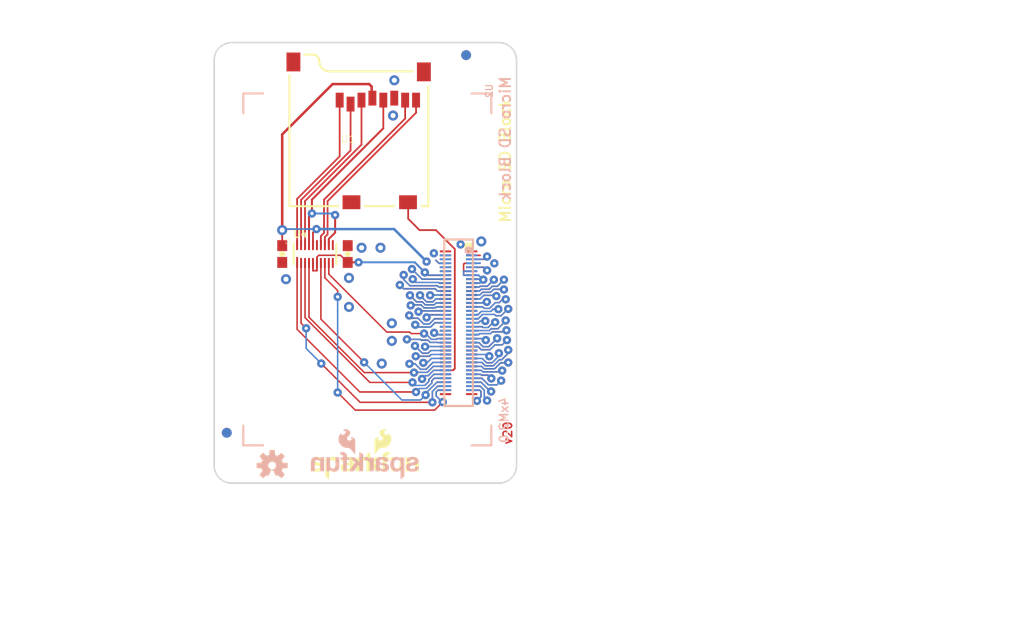
<source format=kicad_pcb>
(kicad_pcb (version 20211014) (generator pcbnew)
  (layers (0 "F.Cu" signal) (1 "In1.Cu" signal) (2 "In2.Cu" signal) (31 "B.Cu" signal) (34 "B.Paste" user) (35 "F.Paste" user) (36 "B.SilkS" user "B.Silkscreen") (37 "F.SilkS" user "F.Silkscreen") (38 "B.Mask" user) (39 "F.Mask" user) (44 "Edge.Cuts" user))
  (net 0 "")
  (net 1 "GND")
  (net 2 "VSYS")
  (net 3 "3.3V")
  (net 4 "GP183_PWM3")
  (net 5 "GP182_PWM2")
  (net 6 "GP13_PWM1")
  (net 7 "GP12_PWM0")
  (net 8 "GP14")
  (net 9 "GP15")
  (net 10 "GP49")
  (net 11 "GP48")
  (net 12 "GP47")
  (net 13 "GP46")
  (net 14 "GP45")
  (net 15 "GP165")
  (net 16 "GP44")
  (net 17 "PSW")
  (net 18 "FAULT")
  (net 19 "USB_VBUS")
  (net 20 "USB_DN")
  (net 21 "USB_DP")
  (net 22 "USB_ID")
  (net 23 "GP114_SPI_2_RXD")
  (net 24 "GP115_SPI_2_TXD")
  (net 25 "GP109_SPI_2_CLK")
  (net 26 "GP110_SPI_2_FS0")
  (net 27 "GP111_SPI_2_FS1")
  (net 28 "GP135_UART_2_TX")
  (net 29 "GP134_UART_2_RX")
  (net 30 "GP43_I2S_2_TXD")
  (net 31 "GP41_I2S_2_FS")
  (net 32 "GP40_I2S_2_CLK")
  (net 33 "GP42_I2S_2_RXD")
  (net 34 "GP28_I2C_6_SDA")
  (net 35 "GP27_I2C_6_SCL")
  (net 36 "GP20_I2C_1_SDA")
  (net 37 "GP19_I2C_1_SCL")
  (net 38 "GP131_UART_1_TX")
  (net 39 "GP130_UART_1_RX")
  (net 40 "GP129_UART_1_RTS")
  (net 41 "GP128_UART_1_CTS")
  (net 42 "GP84_SD_CLK_FB")
  (net 43 "GP78_SD_0_CLK")
  (net 44 "GP77_SD_0_CD#")
  (net 45 "GP79_SD_0_CMD")
  (net 46 "GP80_SD_0_DAT0")
  (net 47 "GP81_SD_0_DAT1")
  (net 48 "GP82_SD_0_DAT2")
  (net 49 "GP83_SD_0_DAT3")
  (net 50 "MSIC_SLP_CLK")
  (net 51 "RESET_OUT#")
  (net 52 "PWRBTN#")
  (net 53 "V_BAT_BKUP")
  (net 54 "1.8V")
  (net 55 "FW_RCVR")
  (net 56 "RCVR_MODE")
  (net 57 "OSC_CLK_OUT")
  (net 58 "N$1")
  (net 59 "N$2")
  (net 60 "N$3")
  (net 61 "SCK")
  (net 62 "N$5")
  (net 63 "N$6")
  (net 64 "DCIN")
  (footprint "" (layer "F.Cu") (at 135.1661 84.6836)
    (fp_text reference "@HOLE2" hide)
    (fp_text value "")
  )
  (footprint "" (layer "F.Cu") (at 161.8361 84.6836)
    (fp_text reference "@HOLE3" hide)
    (fp_text value "")
  )
  (footprint "boardEagle:FIDUCIAL-1X2" (layer "F.Cu") (at 134.5311 122.1486)
    (fp_text reference "FID1" hide)
    (fp_text value "FIDUCIAL1X2" hide)
  )
  (footprint "boardEagle:OSHW-LOGO-S" (layer "F.Cu") (at 139.1031 125.4506)
    (fp_text reference "LOGO1" hide)
    (fp_text value "OSHW-LOGOS" hide)
  )
  (footprint "boardEagle:CREATIVE_COMMONS" (layer "F.Cu") (at 131.9911 141.1986)
    (fp_text reference "FRAME1" hide)
    (fp_text value "FRAME-LETTER" hide)
  )
  (footprint "boardEagle:SFE_LOGO_NAME_FLAME_.1" (layer "F.Cu") (at 142.5575 126.9746)
    (fp_text reference "LOGO4" hide)
    (fp_text value "SFE_LOGO_NAME_FLAME.1_INCH" hide)
  )
  (footprint "boardEagle:UFDFN-20" (layer "F.Cu") (at 143.4211 104.1146)
    (fp_text reference "U4")
    (fp_text value "TXB0108")
  )
  (footprint "boardEagle:0603-CAP" (layer "F.Cu") (at 146.7231 104.1146 90)
    (fp_text reference "C1")
    (fp_text value "0.1uF")
  )
  (footprint "" (layer "F.Cu") (at 161.8361 125.3236)
    (fp_text reference "@HOLE0" hide)
    (fp_text value "")
  )
  (footprint "boardEagle:0603-CAP" (layer "F.Cu") (at 140.1191 104.1146 -90)
    (fp_text reference "C2")
    (fp_text value "0.1uF")
  )
  (footprint "" (layer "F.Cu") (at 135.1661 125.3236)
    (fp_text reference "@HOLE1" hide)
    (fp_text value "")
  )
  (footprint "boardEagle:MICRO-SD-SOCKET-PP" (layer "F.Cu") (at 154.8511 99.2886)
    (fp_text reference "U1")
    (fp_text value "USD-SOCKETNEW")
  )
  (footprint "boardEagle:FIDUCIAL-1X2" (layer "F.Cu") (at 158.6611 84.0486)
    (fp_text reference "FID2" hide)
    (fp_text value "FIDUCIAL1X2" hide)
  )
  (footprint "boardEagle:CREATIVE_COMMONS" (layer "F.Cu") (at 131.9911 141.1986)
    (fp_text reference "FRAME2" hide)
    (fp_text value "FRAME-LETTER" hide)
  )
  (footprint "boardEagle:DF40C-70DP-0.4(51)" (layer "B.Cu") (at 157.9011 111.0488 90)
    (fp_text reference "U3" hide)
    (fp_text value "EDISON_CONNECTOR_FULLHEADER" hide)
  )
  (footprint "boardEagle:FIDUCIAL-1X2" (layer "B.Cu") (at 158.6611 84.0486 180)
    (fp_text reference "FID4" hide)
    (fp_text value "FIDUCIAL1X2" hide)
  )
  (footprint "boardEagle:SFE_LOGO_NAME_FLAME_.1" (layer "B.Cu") (at 154.3431 126.9746 180)
    (fp_text reference "LOGO3" hide)
    (fp_text value "SFE_LOGO_NAME_FLAME.1_INCH" hide)
  )
  (footprint "boardEagle:FIDUCIAL-1X2" (layer "B.Cu") (at 134.5311 122.1486 180)
    (fp_text reference "FID3" hide)
    (fp_text value "FIDUCIAL1X2" hide)
  )
  (footprint "boardEagle:OSHW-LOGO-S" (layer "B.Cu") (at 139.1031 125.4506 180)
    (fp_text reference "LOGO2" hide)
    (fp_text value "OSHW-LOGOS" hide)
  )
  (footprint "boardEagle:EDISON_DAUGHTER" (layer "B.Cu") (at 161.2011 123.4186 180)
    (fp_text reference "U2")
    (fp_text value "EDISON_CONNECTOR_FULLMOUNTING_HOLES" hide)
  )
  (gr_arc (start 163.7411 125.4506) (mid 163.220336 126.707836) (end 161.9631 127.2286) (layer "Edge.Cuts") (width 0.1524))
  (gr_line (start 135.0391 82.7786) (end 161.9631 82.7786) (layer "Edge.Cuts") (width 0.1524))
  (gr_arc (start 135.0391 127.2286) (mid 133.781864 126.707836) (end 133.2611 125.4506) (layer "Edge.Cuts") (width 0.1524))
  (gr_arc (start 133.2611 84.5566) (mid 133.781864 83.299364) (end 135.0391 82.7786) (layer "Edge.Cuts") (width 0.1524))
  (gr_line (start 161.9631 127.2286) (end 135.0391 127.2286) (layer "Edge.Cuts") (width 0.1524))
  (gr_line (start 133.2611 125.4506) (end 133.2611 84.5566) (layer "Edge.Cuts") (width 0.1524))
  (gr_arc (start 161.9631 82.7786) (mid 163.220336 83.299364) (end 163.7411 84.5566) (layer "Edge.Cuts") (width 0.1524))
  (gr_line (start 163.7411 84.5566) (end 163.7411 125.4506) (layer "Edge.Cuts") (width 0.1524))
  (gr_text "v20" (at 163.3601 123.4186 90) (layer "F.Cu") (effects (font (size 0.8636 0.8636) (thickness 0.1524)) (justify left bottom)))
  (gr_text "4xM2.0" (at 162.4711 120.8786 -270) (layer "B.SilkS") (effects (font (size 0.8636 0.8636) (thickness 0.1524)) (justify mirror)))
  (gr_text "Micro SD Block" (at 163.2331 86.0806 -270) (layer "B.SilkS") (effects (font (size 1.0795 1.0795) (thickness 0.1905)) (justify left bottom mirror)))
  (gr_text "Micro SD Block" (at 163.2331 101.0666 90) (layer "F.SilkS") (effects (font (size 1.0795 1.0795) (thickness 0.1905)) (justify left bottom)))
  (segment (start 158.4071 105.8488) (end 158.4071 105.1306) (width 0.1524) (layer "F.Cu") (net 1))
  (segment (start 159.2211 106.2488) (end 158.4071 106.2488) (width 0.1524) (layer "F.Cu") (net 1))
  (segment (start 158.4071 105.8488) (end 158.4071 105.8926) (width 0.1524) (layer "F.Cu") (net 1))
  (segment (start 158.4071 106.2488) (end 158.4071 105.8926) (width 0.1524) (layer "F.Cu") (net 1))
  (segment (start 159.2211 106.6488) (end 160.3317 106.6488) (width 0.1524) (layer "F.Cu") (net 1))
  (segment (start 160.0449 107.0488) (end 160.3883 106.7054) (width 0.1524) (layer "F.Cu") (net 1))
  (segment (start 159.2211 107.0488) (end 160.0449 107.0488) (width 0.1524) (layer "F.Cu") (net 1))
  (segment (start 159.2211 104.2488) (end 160.0581 104.2488) (width 0.1524) (layer "F.Cu") (net 1))
  (segment (start 160.0581 104.2488) (end 160.0581 104.2416) (width 0.1524) (layer "F.Cu") (net 1))
  (segment (start 159.2211 105.8488) (end 158.4071 105.8488) (width 0.1524) (layer "F.Cu") (net 1))
  (segment (start 158.4889 105.0488) (end 158.4071 105.1306) (width 0.1524) (layer "F.Cu") (net 1))
  (segment (start 159.2211 105.0488) (end 158.4889 105.0488) (width 0.1524) (layer "F.Cu") (net 1))
  (segment (start 160.3317 106.6488) (end 160.3883 106.7054) (width 0.1524) (layer "F.Cu") (net 1))
  (via (at 158.1023 103.1494) (size 0.8382) (drill 0.3302) (layers "F.Cu" "B.Cu") (net 1))
  (via (at 161.5059 105.0544) (size 0.8382) (drill 0.3302) (layers "F.Cu" "B.Cu") (net 1))
  (via (at 151.1681 111.0996) (size 1.016) (drill 0.508) (layers "F.Cu" "B.Cu") (net 1))
  (via (at 148.1201 103.4796) (size 1.016) (drill 0.508) (layers "F.Cu" "B.Cu") (net 1))
  (via (at 150.0251 103.4796) (size 1.016) (drill 0.508) (layers "F.Cu" "B.Cu") (net 1))
  (via (at 151.4221 86.5886) (size 1.016) (drill 0.508) (layers "F.Cu" "B.Cu") (net 1))
  (via (at 150.1521 115.1636) (size 1.016) (drill 0.508) (layers "F.Cu" "B.Cu") (net 1))
  (via (at 140.5001 106.6546) (size 1.016) (drill 0.508) (layers "F.Cu" "B.Cu") (net 1))
  (via (at 151.1681 112.8776) (size 1.016) (drill 0.508) (layers "F.Cu" "B.Cu") (net 1))
  (via (at 146.8501 109.4486) (size 1.016) (drill 0.508) (layers "F.Cu" "B.Cu") (net 1))
  (via (at 160.3883 106.7054) (size 0.8382) (drill 0.3302) (layers "F.Cu" "B.Cu") (net 1))
  (via (at 160.1851 102.8446) (size 1.016) (drill 0.508) (layers "F.Cu" "B.Cu") (net 1))
  (via (at 151.2951 90.1446) (size 1.016) (drill 0.508) (layers "F.Cu" "B.Cu") (net 1))
  (via (at 146.8501 106.5276) (size 1.016) (drill 0.508) (layers "F.Cu" "B.Cu") (net 1))
  (segment (start 160.0581 105.0486) (end 160.0581 105.0036) (width 0.1524) (layer "B.Cu") (net 1))
  (segment (start 159.2211 106.2486) (end 159.9315 106.2486) (width 0.1524) (layer "B.Cu") (net 1))
  (segment (start 159.2211 105.8486) (end 158.4071 105.8486) (width 0.1524) (layer "B.Cu") (net 1))
  (segment (start 159.2211 105.0486) (end 160.0581 105.0486) (width 0.1524) (layer "B.Cu") (net 1))
  (segment (start 159.2211 107.0486) (end 160.0451 107.0486) (width 0.1524) (layer "B.Cu") (net 1))
  (segment (start 159.2211 106.6486) (end 160.3315 106.6486) (width 0.1524) (layer "B.Cu") (net 1))
  (segment (start 160.0451 107.0486) (end 160.3883 106.7054) (width 0.1524) (layer "B.Cu") (net 1))
  (segment (start 159.9315 106.2486) (end 160.3883 106.7054) (width 0.1524) (layer "B.Cu") (net 1))
  (segment (start 158.4071 106.2486) (end 158.4071 105.8486) (width 0.1524) (layer "B.Cu") (net 1))
  (segment (start 159.2211 106.2486) (end 159.9061 106.2486) (width 0.1524) (layer "B.Cu") (net 1))
  (segment (start 159.2211 106.2486) (end 158.4071 106.2486) (width 0.1524) (layer "B.Cu") (net 1))
  (segment (start 159.9061 106.2486) (end 160.3121 106.6546) (width 0.1524) (layer "B.Cu") (net 1))
  (segment (start 160.3315 106.6486) (end 160.3883 106.7054) (width 0.1524) (layer "B.Cu") (net 1))
  (segment (start 156.5811 104.6486) (end 156.5811 104.6488) (width 0.2) (layer "F.Cu") (net 2))
  (segment (start 156.5811 105.0488) (end 155.9123 105.0488) (width 0.1524) (layer "F.Cu") (net 2))
  (segment (start 155.9123 105.0488) (end 155.6131 104.7496) (width 0.1524) (layer "F.Cu") (net 2))
  (via (at 155.4099 104.0384) (size 0.8382) (drill 0.3302) (layers "F.Cu" "B.Cu") (net 2))
  (segment (start 156.5811 104.6486) (end 156.5811 104.6488) (width 0.2) (layer "B.Cu") (net 2))
  (segment (start 155.9121 105.0486) (end 155.6131 104.7496) (width 0.1524) (layer "B.Cu") (net 2))
  (segment (start 156.5811 105.0486) (end 155.9121 105.0486) (width 0.1524) (layer "B.Cu") (net 2))
  (segment (start 140.1191 92.0496) (end 140.1191 101.7016) (width 0.254) (layer "F.Cu") (net 3))
  (segment (start 149.1361 88.4636) (end 149.2111 88.3886) (width 0.254) (layer "F.Cu") (net 3))
  (segment (start 145.1991 86.9696) (end 140.1191 92.0496) (width 0.254) (layer "F.Cu") (net 3))
  (segment (start 140.1191 103.2646) (end 140.1191 101.7016) (width 0.1778) (layer "F.Cu") (net 3))
  (segment (start 143.2211 101.9524) (end 143.5735 101.6) (width 0.1778) (layer "F.Cu") (net 3))
  (segment (start 143.2211 103.2146) (end 143.2211 101.9524) (width 0.1778) (layer "F.Cu") (net 3))
  (segment (start 148.8821 86.9696) (end 145.1991 86.9696) (width 0.254) (layer "F.Cu") (net 3))
  (segment (start 149.1361 88.4636) (end 149.1361 87.2236) (width 0.254) (layer "F.Cu") (net 3))
  (segment (start 149.1361 87.2236) (end 148.8821 86.9696) (width 0.254) (layer "F.Cu") (net 3))
  (via (at 143.5735 101.6) (size 0.8382) (drill 0.3302) (layers "F.Cu" "B.Cu") (net 3))
  (via (at 154.6733 104.8766) (size 0.8382) (drill 0.3302) (layers "F.Cu" "B.Cu") (net 3))
  (via (at 140.1191 101.7016) (size 1.016) (drill 0.508) (layers "F.Cu" "B.Cu") (net 3))
  (segment (start 151.3967 101.6) (end 143.5735 101.6) (width 0.254) (layer "B.Cu") (net 3))
  (segment (start 140.2207 101.6) (end 143.5735 101.6) (width 0.1778) (layer "B.Cu") (net 3))
  (segment (start 151.3967 101.6) (end 154.6733 104.8766) (width 0.254) (layer "B.Cu") (net 3))
  (segment (start 140.1191 101.7016) (end 140.2207 101.6) (width 0.1778) (layer "B.Cu") (net 3))
  (segment (start 161.1757 111.6584) (end 160.9979 111.8362) (width 0.1524) (layer "F.Cu") (net 4))
  (segment (start 161.8615 111.6584) (end 161.1757 111.6584) (width 0.1524) (layer "F.Cu") (net 4))
  (segment (start 159.8677 111.8488) (end 159.2211 111.8488) (width 0.1524) (layer "F.Cu") (net 4))
  (segment (start 162.6489 110.8202) (end 162.6489 110.871) (width 0.1524) (layer "F.Cu") (net 4))
  (segment (start 162.6489 110.871) (end 161.8615 111.6584) (width 0.1524) (layer "F.Cu") (net 4))
  (segment (start 160.9979 111.8362) (end 159.8803 111.8362) (width 0.1524) (layer "F.Cu") (net 4))
  (segment (start 159.8803 111.8362) (end 159.8677 111.8488) (width 0.1524) (layer "F.Cu") (net 4))
  (via (at 162.6489 110.8202) (size 0.8382) (drill 0.3302) (layers "F.Cu" "B.Cu") (net 4))
  (segment (start 159.2211 111.8486) (end 159.8679 111.8486) (width 0.1524) (layer "B.Cu") (net 4))
  (segment (start 159.8679 111.8486) (end 159.8803 111.8362) (width 0.1524) (layer "B.Cu") (net 4))
  (segment (start 162.6489 110.871) (end 162.6489 110.8202) (width 0.1524) (layer "B.Cu") (net 4))
  (segment (start 161.8615 111.6584) (end 162.6489 110.871) (width 0.1524) (layer "B.Cu") (net 4))
  (segment (start 161.1757 111.6584) (end 161.8615 111.6584) (width 0.1524) (layer "B.Cu") (net 4))
  (segment (start 160.9979 111.8362) (end 161.1757 111.6584) (width 0.1524) (layer "B.Cu") (net 4))
  (segment (start 159.8803 111.8362) (end 160.9979 111.8362) (width 0.1524) (layer "B.Cu") (net 4))
  (segment (start 159.2211 111.4488) (end 160.2803 111.4488) (width 0.1524) (layer "F.Cu") (net 5))
  (segment (start 160.8709 111.5314) (end 161.4043 110.998) (width 0.1524) (layer "F.Cu") (net 5))
  (segment (start 161.4043 110.998) (end 161.5821 110.998) (width 0.1524) (layer "F.Cu") (net 5))
  (segment (start 160.3629 111.5314) (end 160.8709 111.5314) (width 0.1524) (layer "F.Cu") (net 5))
  (segment (start 160.2803 111.4488) (end 160.3629 111.5314) (width 0.1524) (layer "F.Cu") (net 5))
  (via (at 161.5821 110.998) (size 0.8382) (drill 0.3302) (layers "F.Cu" "B.Cu") (net 5))
  (segment (start 160.3629 111.5314) (end 160.2801 111.4486) (width 0.1524) (layer "B.Cu") (net 5))
  (segment (start 160.8709 111.5314) (end 160.3629 111.5314) (width 0.1524) (layer "B.Cu") (net 5))
  (segment (start 161.5821 110.998) (end 161.4043 110.998) (width 0.1524) (layer "B.Cu") (net 5))
  (segment (start 161.4043 110.998) (end 160.8709 111.5314) (width 0.1524) (layer "B.Cu") (net 5))
  (segment (start 160.2801 111.4486) (end 159.2211 111.4486) (width 0.1524) (layer "B.Cu") (net 5))
  (segment (start 160.3121 110.2106) (end 159.8739 110.6488) (width 0.1524) (layer "F.Cu") (net 6))
  (segment (start 162.1917 110.3376) (end 161.6583 110.3376) (width 0.1524) (layer "F.Cu") (net 6))
  (segment (start 162.9029 109.6518) (end 162.8775 109.6518) (width 0.1524) (layer "F.Cu") (net 6))
  (segment (start 161.6583 110.3376) (end 161.5313 110.2106) (width 0.1524) (layer "F.Cu") (net 6))
  (segment (start 162.8775 109.6518) (end 162.1917 110.3376) (width 0.1524) (layer "F.Cu") (net 6))
  (segment (start 159.8739 110.6488) (end 159.2211 110.6488) (width 0.1524) (layer "F.Cu") (net 6))
  (segment (start 161.5313 110.2106) (end 160.3121 110.2106) (width 0.1524) (layer "F.Cu") (net 6))
  (via (at 162.9029 109.6518) (size 0.8382) (drill 0.3302) (layers "F.Cu" "B.Cu") (net 6))
  (segment (start 160.3121 110.2106) (end 161.5313 110.2106) (width 0.1524) (layer "B.Cu") (net 6))
  (segment (start 159.2211 110.6486) (end 159.8741 110.6486) (width 0.1524) (layer "B.Cu") (net 6))
  (segment (start 162.8775 109.6518) (end 162.9029 109.6518) (width 0.1524) (layer "B.Cu") (net 6))
  (segment (start 161.6583 110.3376) (end 162.1917 110.3376) (width 0.1524) (layer "B.Cu") (net 6))
  (segment (start 159.8741 110.6486) (end 160.3121 110.2106) (width 0.1524) (layer "B.Cu") (net 6))
  (segment (start 162.1917 110.3376) (end 162.8775 109.6518) (width 0.1524) (layer "B.Cu") (net 6))
  (segment (start 161.5313 110.2106) (end 161.6583 110.3376) (width 0.1524) (layer "B.Cu") (net 6))
  (segment (start 160.0835 110.871) (end 160.5915 110.871) (width 0.1524) (layer "F.Cu") (net 7))
  (segment (start 159.2211 111.0488) (end 159.9057 111.0488) (width 0.1524) (layer "F.Cu") (net 7))
  (segment (start 159.9057 111.0488) (end 160.0835 110.871) (width 0.1524) (layer "F.Cu") (net 7))
  (via (at 160.5915 110.871) (size 0.8382) (drill 0.3302) (layers "F.Cu" "B.Cu") (net 7))
  (segment (start 160.0835 110.871) (end 159.9057 111.0488) (width 0.1524) (layer "B.Cu") (net 7))
  (segment (start 159.2213 111.0488) (end 159.2211 111.0486) (width 0.1524) (layer "B.Cu") (net 7))
  (segment (start 159.9057 111.0488) (end 159.2213 111.0488) (width 0.1524) (layer "B.Cu") (net 7))
  (segment (start 160.5915 110.871) (end 160.0835 110.871) (width 0.1524) (layer "B.Cu") (net 7))
  (segment (start 154.5209 113.4618) (end 154.5339 113.4488) (width 0.1524) (layer "F.Cu") (net 8))
  (segment (start 154.5339 113.4488) (end 156.5811 113.4488) (width 0.1524) (layer "F.Cu") (net 8))
  (via (at 154.5209 113.4618) (size 0.8382) (drill 0.3302) (layers "F.Cu" "B.Cu") (net 8))
  (segment (start 156.5811 113.4486) (end 154.5341 113.4486) (width 0.1524) (layer "B.Cu") (net 8))
  (segment (start 154.5341 113.4486) (end 154.5209 113.4618) (width 0.1524) (layer "B.Cu") (net 8))
  (segment (start 155.6193 112.2488) (end 155.4353 112.0648) (width 0.1524) (layer "F.Cu") (net 9))
  (segment (start 156.5811 112.2488) (end 155.6193 112.2488) (width 0.1524) (layer "F.Cu") (net 9))
  (via (at 155.4353 112.0648) (size 0.8382) (drill 0.3302) (layers "F.Cu" "B.Cu") (net 9))
  (segment (start 155.6191 112.2486) (end 156.5811 112.2486) (width 0.1524) (layer "B.Cu") (net 9))
  (segment (start 155.4353 112.0648) (end 155.6191 112.2486) (width 0.1524) (layer "B.Cu") (net 9))
  (segment (start 156.5811 110.6488) (end 155.4797 110.6488) (width 0.1524) (layer "F.Cu") (net 10))
  (segment (start 153.8097 110.5916) (end 153.2001 110.5916) (width 0.1524) (layer "F.Cu") (net 10))
  (segment (start 154.3939 111.1758) (end 153.8097 110.5916) (width 0.1524) (layer "F.Cu") (net 10))
  (segment (start 153.2001 110.5916) (end 152.9207 110.3122) (width 0.1524) (layer "F.Cu") (net 10))
  (segment (start 155.4797 110.6488) (end 154.9527 111.1758) (width 0.1524) (layer "F.Cu") (net 10))
  (segment (start 154.9527 111.1758) (end 154.3939 111.1758) (width 0.1524) (layer "F.Cu") (net 10))
  (via (at 152.9207 110.3122) (size 0.8382) (drill 0.3302) (layers "F.Cu" "B.Cu") (net 10))
  (segment (start 153.2001 110.5916) (end 153.8097 110.5916) (width 0.1524) (layer "B.Cu") (net 10))
  (segment (start 152.9207 110.3122) (end 153.2001 110.5916) (width 0.1524) (layer "B.Cu") (net 10))
  (segment (start 153.8097 110.5916) (end 154.3939 111.1758) (width 0.1524) (layer "B.Cu") (net 10))
  (segment (start 154.9527 111.1758) (end 155.4799 110.6486) (width 0.1524) (layer "B.Cu") (net 10))
  (segment (start 154.3939 111.1758) (end 154.9527 111.1758) (width 0.1524) (layer "B.Cu") (net 10))
  (segment (start 155.4799 110.6486) (end 156.5811 110.6486) (width 0.1524) (layer "B.Cu") (net 10))
  (segment (start 154.9399 110.2488) (end 156.5811 110.2488) (width 0.1524) (layer "F.Cu") (net 11))
  (segment (start 154.6733 110.5154) (end 154.9399 110.2488) (width 0.1524) (layer "F.Cu") (net 11))
  (via (at 154.6733 110.5154) (size 0.8382) (drill 0.3302) (layers "F.Cu" "B.Cu") (net 11))
  (segment (start 156.5811 110.2486) (end 154.9401 110.2486) (width 0.1524) (layer "B.Cu") (net 11))
  (segment (start 154.9401 110.2486) (end 154.6733 110.5154) (width 0.1524) (layer "B.Cu") (net 11))
  (segment (start 153.9367 109.855) (end 153.8605 109.9312) (width 0.1524) (layer "F.Cu") (net 12))
  (segment (start 155.6955 109.8488) (end 155.6893 109.855) (width 0.1524) (layer "F.Cu") (net 12))
  (segment (start 156.5811 109.8488) (end 155.6955 109.8488) (width 0.1524) (layer "F.Cu") (net 12))
  (segment (start 155.6893 109.855) (end 153.9367 109.855) (width 0.1524) (layer "F.Cu") (net 12))
  (via (at 153.8605 109.9312) (size 0.8382) (drill 0.3302) (layers "F.Cu" "B.Cu") (net 12))
  (segment (start 153.8605 109.9312) (end 153.9367 109.855) (width 0.1524) (layer "B.Cu") (net 12))
  (segment (start 153.9367 109.855) (end 155.6893 109.855) (width 0.1524) (layer "B.Cu") (net 12))
  (segment (start 155.6893 109.855) (end 155.6957 109.8486) (width 0.1524) (layer "B.Cu") (net 12))
  (segment (start 155.6957 109.8486) (end 156.5811 109.8486) (width 0.1524) (layer "B.Cu") (net 12))
  (segment (start 153.1239 109.2454) (end 153.0731 109.2962) (width 0.1524) (layer "F.Cu") (net 13))
  (segment (start 155.6637 109.4488) (end 155.5623 109.5502) (width 0.1524) (layer "F.Cu") (net 13))
  (segment (start 154.4193 109.5502) (end 154.1145 109.2454) (width 0.1524) (layer "F.Cu") (net 13))
  (segment (start 156.5811 109.4488) (end 155.6637 109.4488) (width 0.1524) (layer "F.Cu") (net 13))
  (segment (start 155.5623 109.5502) (end 154.4193 109.5502) (width 0.1524) (layer "F.Cu") (net 13))
  (segment (start 154.1145 109.2454) (end 153.1239 109.2454) (width 0.1524) (layer "F.Cu") (net 13))
  (via (at 153.0731 109.2962) (size 0.8382) (drill 0.3302) (layers "F.Cu" "B.Cu") (net 13))
  (segment (start 154.4193 109.5502) (end 155.5623 109.5502) (width 0.1524) (layer "B.Cu") (net 13))
  (segment (start 153.0731 109.2962) (end 153.1239 109.2454) (width 0.1524) (layer "B.Cu") (net 13))
  (segment (start 155.6639 109.4486) (end 156.5811 109.4486) (width 0.1524) (layer "B.Cu") (net 13))
  (segment (start 155.5623 109.5502) (end 155.6639 109.4486) (width 0.1524) (layer "B.Cu") (net 13))
  (segment (start 154.1145 109.2454) (end 154.4193 109.5502) (width 0.1524) (layer "B.Cu") (net 13))
  (segment (start 153.1239 109.2454) (end 154.1145 109.2454) (width 0.1524) (layer "B.Cu") (net 13))
  (segment (start 152.9969 108.2802) (end 153.6573 108.9406) (width 0.1524) (layer "F.Cu") (net 14))
  (segment (start 154.5463 109.2454) (end 155.4353 109.2454) (width 0.1524) (layer "F.Cu") (net 14))
  (segment (start 155.4353 109.2454) (end 155.6319 109.0488) (width 0.1524) (layer "F.Cu") (net 14))
  (segment (start 153.6573 108.9406) (end 154.2415 108.9406) (width 0.1524) (layer "F.Cu") (net 14))
  (segment (start 155.6319 109.0488) (end 156.5811 109.0488) (width 0.1524) (layer "F.Cu") (net 14))
  (segment (start 154.2415 108.9406) (end 154.5463 109.2454) (width 0.1524) (layer "F.Cu") (net 14))
  (via (at 152.9969 108.2802) (size 0.8382) (drill 0.3302) (layers "F.Cu" "B.Cu") (net 14))
  (segment (start 153.6573 108.9406) (end 152.9969 108.2802) (width 0.1524) (layer "B.Cu") (net 14))
  (segment (start 154.2415 108.9406) (end 153.6573 108.9406) (width 0.1524) (layer "B.Cu") (net 14))
  (segment (start 155.6321 109.0486) (end 155.4353 109.2454) (width 0.1524) (layer "B.Cu") (net 14))
  (segment (start 154.5463 109.2454) (end 154.2415 108.9406) (width 0.1524) (layer "B.Cu") (net 14))
  (segment (start 155.4353 109.2454) (end 154.5463 109.2454) (width 0.1524) (layer "B.Cu") (net 14))
  (segment (start 156.5811 109.0486) (end 155.6321 109.0486) (width 0.1524) (layer "B.Cu") (net 14))
  (segment (start 160.7439 108.9406) (end 160.6357 109.0488) (width 0.1524) (layer "F.Cu") (net 15))
  (segment (start 160.6357 109.0488) (end 159.2211 109.0488) (width 0.1524) (layer "F.Cu") (net 15))
  (via (at 160.7439 108.9406) (size 0.8382) (drill 0.3302) (layers "F.Cu" "B.Cu") (net 15))
  (segment (start 160.6359 109.0486) (end 160.7439 108.9406) (width 0.1524) (layer "B.Cu") (net 15))
  (segment (start 159.2211 109.0486) (end 160.6359 109.0486) (width 0.1524) (layer "B.Cu") (net 15))
  (segment (start 155.3083 108.9406) (end 154.6733 108.9406) (width 0.1524) (layer "F.Cu") (net 16))
  (segment (start 154.6733 108.9406) (end 154.0129 108.2802) (width 0.1524) (layer "F.Cu") (net 16))
  (segment (start 155.6001 108.6488) (end 155.3083 108.9406) (width 0.1524) (layer "F.Cu") (net 16))
  (segment (start 156.5811 108.6488) (end 155.6001 108.6488) (width 0.1524) (layer "F.Cu") (net 16))
  (via (at 154.0129 108.2802) (size 0.8382) (drill 0.3302) (layers "F.Cu" "B.Cu") (net 16))
  (segment (start 155.6003 108.6486) (end 156.5811 108.6486) (width 0.1524) (layer "B.Cu") (net 16))
  (segment (start 155.3083 108.9406) (end 155.6003 108.6486) (width 0.1524) (layer "B.Cu") (net 16))
  (segment (start 154.6733 108.9406) (end 155.3083 108.9406) (width 0.1524) (layer "B.Cu") (net 16))
  (segment (start 154.0129 108.2802) (end 154.6733 108.9406) (width 0.1524) (layer "B.Cu") (net 16))
  (segment (start 160.0387 108.2488) (end 159.2211 108.2488) (width 0.1524) (layer "F.Cu") (net 17))
  (segment (start 160.3121 107.9754) (end 160.0387 108.2488) (width 0.1524) (layer "F.Cu") (net 17))
  (segment (start 162.4711 107.696) (end 162.4457 107.6706) (width 0.1524) (layer "F.Cu") (net 17))
  (segment (start 161.4297 107.6706) (end 161.1249 107.9754) (width 0.1524) (layer "F.Cu") (net 17))
  (segment (start 162.4457 107.6706) (end 161.4297 107.6706) (width 0.1524) (layer "F.Cu") (net 17))
  (segment (start 161.1249 107.9754) (end 160.3121 107.9754) (width 0.1524) (layer "F.Cu") (net 17))
  (via (at 162.4711 107.696) (size 0.8382) (drill 0.3302) (layers "F.Cu" "B.Cu") (net 17))
  (segment (start 161.4297 107.6706) (end 162.4457 107.6706) (width 0.1524) (layer "B.Cu") (net 17))
  (segment (start 161.1249 107.9754) (end 161.4297 107.6706) (width 0.1524) (layer "B.Cu") (net 17))
  (segment (start 162.4457 107.6706) (end 162.4711 107.696) (width 0.1524) (layer "B.Cu") (net 17))
  (segment (start 160.0389 108.2486) (end 160.3121 107.9754) (width 0.1524) (layer "B.Cu") (net 17))
  (segment (start 160.3121 107.9754) (end 161.1249 107.9754) (width 0.1524) (layer "B.Cu") (net 17))
  (segment (start 159.2211 108.2486) (end 160.0389 108.2486) (width 0.1524) (layer "B.Cu") (net 17))
  (segment (start 161.3027 107.3658) (end 161.8107 107.3658) (width 0.1524) (layer "F.Cu") (net 18))
  (segment (start 161.8107 107.3658) (end 162.4711 106.7054) (width 0.1524) (layer "F.Cu") (net 18))
  (segment (start 160.9979 107.6706) (end 161.3027 107.3658) (width 0.1524) (layer "F.Cu") (net 18))
  (segment (start 160.0069 107.8488) (end 160.1851 107.6706) (width 0.1524) (layer "F.Cu") (net 18))
  (segment (start 160.1851 107.6706) (end 160.9979 107.6706) (width 0.1524) (layer "F.Cu") (net 18))
  (segment (start 159.2211 107.8488) (end 160.0069 107.8488) (width 0.1524) (layer "F.Cu") (net 18))
  (via (at 162.4711 106.7054) (size 0.8382) (drill 0.3302) (layers "F.Cu" "B.Cu") (net 18))
  (segment (start 160.1851 107.6706) (end 160.0071 107.8486) (width 0.1524) (layer "B.Cu") (net 18))
  (segment (start 162.4711 106.7054) (end 161.8107 107.3658) (width 0.1524) (layer "B.Cu") (net 18))
  (segment (start 160.9979 107.6706) (end 160.1851 107.6706) (width 0.1524) (layer "B.Cu") (net 18))
  (segment (start 161.8107 107.3658) (end 161.3027 107.3658) (width 0.1524) (layer "B.Cu") (net 18))
  (segment (start 160.0071 107.8486) (end 159.2211 107.8486) (width 0.1524) (layer "B.Cu") (net 18))
  (segment (start 161.3027 107.3658) (end 160.9979 107.6706) (width 0.1524) (layer "B.Cu") (net 18))
  (segment (start 152.3619 107.6198) (end 155.5369 107.6198) (width 0.1524) (layer "F.Cu") (net 19))
  (segment (start 155.5369 107.6198) (end 155.7659 107.8488) (width 0.1524) (layer "F.Cu") (net 19))
  (segment (start 155.7659 107.8488) (end 156.5811 107.8488) (width 0.1524) (layer "F.Cu") (net 19))
  (segment (start 151.9809 107.2388) (end 152.3619 107.6198) (width 0.1524) (layer "F.Cu") (net 19))
  (via (at 151.9809 107.2388) (size 0.8382) (drill 0.3302) (layers "F.Cu" "B.Cu") (net 19))
  (segment (start 155.5369 107.6198) (end 152.3619 107.6198) (width 0.1524) (layer "B.Cu") (net 19))
  (segment (start 155.7657 107.8486) (end 155.5369 107.6198) (width 0.1524) (layer "B.Cu") (net 19))
  (segment (start 156.5811 107.8486) (end 155.7657 107.8486) (width 0.1524) (layer "B.Cu") (net 19))
  (segment (start 152.3619 107.6198) (end 151.9809 107.2388) (width 0.1524) (layer "B.Cu") (net 19))
  (segment (start 152.3619 106.68) (end 152.3619 106.2228) (width 0.1524) (layer "F.Cu") (net 20))
  (segment (start 155.8993 107.4488) (end 155.7655 107.315) (width 0.1524) (layer "F.Cu") (net 20))
  (segment (start 152.9969 107.315) (end 152.3619 106.68) (width 0.1524) (layer "F.Cu") (net 20))
  (segment (start 155.7655 107.315) (end 152.9969 107.315) (width 0.1524) (layer "F.Cu") (net 20))
  (segment (start 156.5811 107.4488) (end 155.8993 107.4488) (width 0.1524) (layer "F.Cu") (net 20))
  (via (at 152.3619 106.2228) (size 0.8382) (drill 0.3302) (layers "F.Cu" "B.Cu") (net 20))
  (segment (start 152.3619 106.2228) (end 152.3619 106.68) (width 0.1524) (layer "B.Cu") (net 20))
  (segment (start 155.8991 107.4486) (end 156.5811 107.4486) (width 0.1524) (layer "B.Cu") (net 20))
  (segment (start 152.3619 106.68) (end 152.9969 107.315) (width 0.1524) (layer "B.Cu") (net 20))
  (segment (start 152.9969 107.315) (end 155.7655 107.315) (width 0.1524) (layer "B.Cu") (net 20))
  (segment (start 155.7655 107.315) (end 155.8991 107.4486) (width 0.1524) (layer "B.Cu") (net 20))
  (segment (start 155.8925 106.9848) (end 155.9565 107.0488) (width 0.1524) (layer "F.Cu") (net 21))
  (segment (start 153.6065 106.9848) (end 155.8925 106.9848) (width 0.1524) (layer "F.Cu") (net 21))
  (segment (start 155.9565 107.0488) (end 156.5811 107.0488) (width 0.1524) (layer "F.Cu") (net 21))
  (segment (start 153.2763 106.6546) (end 153.6065 106.9848) (width 0.1524) (layer "F.Cu") (net 21))
  (via (at 153.2763 106.6546) (size 0.8382) (drill 0.3302) (layers "F.Cu" "B.Cu") (net 21))
  (segment (start 153.6065 106.9848) (end 153.2763 106.6546) (width 0.1524) (layer "B.Cu") (net 21))
  (segment (start 156.5811 107.0486) (end 155.9563 107.0486) (width 0.1524) (layer "B.Cu") (net 21))
  (segment (start 155.9563 107.0486) (end 155.8925 106.9848) (width 0.1524) (layer "B.Cu") (net 21))
  (segment (start 155.8925 106.9848) (end 153.6065 106.9848) (width 0.1524) (layer "B.Cu") (net 21))
  (segment (start 160.4899 104.6488) (end 159.2211 104.6488) (width 0.1524) (layer "F.Cu") (net 22))
  (segment (start 160.7701 104.3686) (end 160.4899 104.6488) (width 0.1524) (layer "F.Cu") (net 22))
  (via (at 160.7701 104.3686) (size 0.8382) (drill 0.3302) (layers "F.Cu" "B.Cu") (net 22))
  (segment (start 159.2211 104.6486) (end 160.4901 104.6486) (width 0.1524) (layer "B.Cu") (net 22))
  (segment (start 160.4901 104.6486) (end 160.7701 104.3686) (width 0.1524) (layer "B.Cu") (net 22))
  (segment (start 160.3375 116.0018) (end 162.1663 116.0018) (width 0.1524) (layer "F.Cu") (net 23))
  (segment (start 159.2211 115.8488) (end 160.1845 115.8488) (width 0.1524) (layer "F.Cu") (net 23))
  (segment (start 160.1845 115.8488) (end 160.3375 116.0018) (width 0.1524) (layer "F.Cu") (net 23))
  (segment (start 162.1663 116.0018) (end 162.2933 115.8748) (width 0.1524) (layer "F.Cu") (net 23))
  (via (at 162.2933 115.8748) (size 0.8382) (drill 0.3302) (layers "F.Cu" "B.Cu") (net 23))
  (segment (start 160.3375 116.0018) (end 162.1663 116.0018) (width 0.1524) (layer "B.Cu") (net 23))
  (segment (start 162.1663 116.0018) (end 162.2933 115.8748) (width 0.1524) (layer "B.Cu") (net 23))
  (segment (start 160.1843 115.8486) (end 160.3375 116.0018) (width 0.1524) (layer "B.Cu") (net 23))
  (segment (start 160.1843 115.8486) (end 159.2211 115.8486) (width 0.1524) (layer "B.Cu") (net 23))
  (segment (start 160.4645 115.697) (end 160.2163 115.4488) (width 0.1524) (layer "F.Cu") (net 24))
  (segment (start 162.1409 115.0874) (end 161.5313 115.697) (width 0.1524) (layer "F.Cu") (net 24))
  (segment (start 160.2163 115.4488) (end 159.2211 115.4488) (width 0.1524) (layer "F.Cu") (net 24))
  (segment (start 162.1409 115.0874) (end 162.8775 115.0874) (width 0.1524) (layer "F.Cu") (net 24))
  (segment (start 162.8775 115.0874) (end 162.9029 115.062) (width 0.1524) (layer "F.Cu") (net 24))
  (segment (start 161.5313 115.697) (end 160.4645 115.697) (width 0.1524) (layer "F.Cu") (net 24))
  (via (at 162.9029 115.062) (size 0.8382) (drill 0.3302) (layers "F.Cu" "B.Cu") (net 24))
  (segment (start 160.4645 115.697) (end 161.5313 115.697) (width 0.1524) (layer "B.Cu") (net 24))
  (segment (start 159.2211 115.4486) (end 160.2161 115.4486) (width 0.1524) (layer "B.Cu") (net 24))
  (segment (start 160.2161 115.4486) (end 160.4645 115.697) (width 0.1524) (layer "B.Cu") (net 24))
  (segment (start 161.5313 115.697) (end 162.1409 115.0874) (width 0.1524) (layer "B.Cu") (net 24))
  (segment (start 162.8775 115.0874) (end 162.1409 115.0874) (width 0.1524) (layer "B.Cu") (net 24))
  (segment (start 162.9029 115.062) (end 162.8775 115.0874) (width 0.1524) (layer "B.Cu") (net 24))
  (segment (start 160.2481 115.0488) (end 160.5915 115.3922) (width 0.1524) (layer "F.Cu") (net 25))
  (segment (start 160.5915 115.3922) (end 161.4043 115.3922) (width 0.1524) (layer "F.Cu") (net 25))
  (segment (start 161.4043 115.3922) (end 162.0139 114.7826) (width 0.1524) (layer "F.Cu") (net 25))
  (segment (start 162.0139 114.7826) (end 162.2425 114.7826) (width 0.1524) (layer "F.Cu") (net 25))
  (segment (start 159.2211 115.0488) (end 160.2481 115.0488) (width 0.1524) (layer "F.Cu") (net 25))
  (segment (start 162.9029 114.1222) (end 162.9029 113.792) (width 0.1524) (layer "F.Cu") (net 25))
  (segment (start 162.2425 114.7826) (end 162.9029 114.1222) (width 0.1524) (layer "F.Cu") (net 25))
  (via (at 162.9029 113.792) (size 0.8382) (drill 0.3302) (layers "F.Cu" "B.Cu") (net 25))
  (segment (start 162.9029 114.1222) (end 162.2425 114.7826) (width 0.1524) (layer "B.Cu") (net 25))
  (segment (start 162.2425 114.7826) (end 162.0139 114.7826) (width 0.1524) (layer "B.Cu") (net 25))
  (segment (start 160.2479 115.0486) (end 159.2211 115.0486) (width 0.1524) (layer "B.Cu") (net 25))
  (segment (start 162.9029 113.792) (end 162.9029 114.1222) (width 0.1524) (layer "B.Cu") (net 25))
  (segment (start 160.5915 115.3922) (end 160.2479 115.0486) (width 0.1524) (layer "B.Cu") (net 25))
  (segment (start 161.4043 115.3922) (end 160.5915 115.3922) (width 0.1524) (layer "B.Cu") (net 25))
  (segment (start 162.0139 114.7826) (end 161.4043 115.3922) (width 0.1524) (layer "B.Cu") (net 25))
  (segment (start 160.2799 114.6488) (end 159.2211 114.6488) (width 0.1524) (layer "F.Cu") (net 26))
  (segment (start 160.7185 115.0874) (end 160.2799 114.6488) (width 0.1524) (layer "F.Cu") (net 26))
  (segment (start 161.9631 114.1222) (end 161.9631 114.4016) (width 0.1524) (layer "F.Cu") (net 26))
  (segment (start 161.9631 114.4016) (end 161.2773 115.0874) (width 0.1524) (layer "F.Cu") (net 26))
  (segment (start 161.2773 115.0874) (end 160.7185 115.0874) (width 0.1524) (layer "F.Cu") (net 26))
  (via (at 161.9631 114.1222) (size 0.8382) (drill 0.3302) (layers "F.Cu" "B.Cu") (net 26))
  (segment (start 161.9631 114.4016) (end 161.9631 114.1222) (width 0.1524) (layer "B.Cu") (net 26))
  (segment (start 160.7185 115.0874) (end 161.2773 115.0874) (width 0.1524) (layer "B.Cu") (net 26))
  (segment (start 161.2773 115.0874) (end 161.9631 114.4016) (width 0.1524) (layer "B.Cu") (net 26))
  (segment (start 160.2797 114.6486) (end 160.7185 115.0874) (width 0.1524) (layer "B.Cu") (net 26))
  (segment (start 159.2211 114.6486) (end 160.2797 114.6486) (width 0.1524) (layer "B.Cu") (net 26))
  (segment (start 160.8201 114.2492) (end 159.2215 114.2492) (width 0.1524) (layer "F.Cu") (net 27))
  (segment (start 159.2215 114.2492) (end 159.2211 114.2488) (width 0.1524) (layer "F.Cu") (net 27))
  (segment (start 160.9979 114.427) (end 160.8201 114.2492) (width 0.1524) (layer "F.Cu") (net 27))
  (via (at 160.9979 114.427) (size 0.8382) (drill 0.3302) (layers "F.Cu" "B.Cu") (net 27))
  (segment (start 159.2211 114.2486) (end 160.8195 114.2486) (width 0.1524) (layer "B.Cu") (net 27))
  (segment (start 160.8195 114.2486) (end 160.9979 114.427) (width 0.1524) (layer "B.Cu") (net 27))
  (segment (start 162.3187 108.6866) (end 161.9885 109.0168) (width 0.1524) (layer "F.Cu") (net 28))
  (segment (start 160.3377 109.4488) (end 159.2211 109.4488) (width 0.1524) (layer "F.Cu") (net 28))
  (segment (start 161.6075 109.0168) (end 161.0233 109.601) (width 0.1524) (layer "F.Cu") (net 28))
  (segment (start 160.4899 109.601) (end 160.3377 109.4488) (width 0.1524) (layer "F.Cu") (net 28))
  (segment (start 161.9885 109.0168) (end 161.6075 109.0168) (width 0.1524) (layer "F.Cu") (net 28))
  (segment (start 162.6489 108.6866) (end 162.3187 108.6866) (width 0.1524) (layer "F.Cu") (net 28))
  (segment (start 161.0233 109.601) (end 160.4899 109.601) (width 0.1524) (layer "F.Cu") (net 28))
  (via (at 162.6489 108.6866) (size 0.8382) (drill 0.3302) (layers "F.Cu" "B.Cu") (net 28))
  (segment (start 161.0233 109.601) (end 161.6075 109.0168) (width 0.1524) (layer "B.Cu") (net 28))
  (segment (start 160.3375 109.4486) (end 160.4899 109.601) (width 0.1524) (layer "B.Cu") (net 28))
  (segment (start 159.2211 109.4486) (end 160.3375 109.4486) (width 0.1524) (layer "B.Cu") (net 28))
  (segment (start 161.9885 109.0168) (end 162.3187 108.6866) (width 0.1524) (layer "B.Cu") (net 28))
  (segment (start 160.4899 109.601) (end 161.0233 109.601) (width 0.1524) (layer "B.Cu") (net 28))
  (segment (start 162.3187 108.6866) (end 162.6489 108.6866) (width 0.1524) (layer "B.Cu") (net 28))
  (segment (start 161.6075 109.0168) (end 161.9885 109.0168) (width 0.1524) (layer "B.Cu") (net 28))
  (segment (start 155.0603 108.2488) (end 156.5811 108.2488) (width 0.1524) (layer "F.Cu") (net 29))
  (segment (start 155.0289 108.2802) (end 155.0603 108.2488) (width 0.1524) (layer "F.Cu") (net 29))
  (via (at 155.0289 108.2802) (size 0.8382) (drill 0.3302) (layers "F.Cu" "B.Cu") (net 29))
  (segment (start 156.5811 108.2486) (end 155.0605 108.2486) (width 0.1524) (layer "B.Cu") (net 29))
  (segment (start 155.0605 108.2486) (end 155.0289 108.2802) (width 0.1524) (layer "B.Cu") (net 29))
  (segment (start 155.3215 115.0488) (end 154.6225 115.7478) (width 0.1524) (layer "F.Cu") (net 30))
  (segment (start 156.5811 115.0488) (end 155.3215 115.0488) (width 0.1524) (layer "F.Cu") (net 30))
  (segment (start 154.6225 115.7478) (end 154.0637 115.7478) (width 0.1524) (layer "F.Cu") (net 30))
  (segment (start 154.0637 115.7478) (end 153.5049 115.189) (width 0.1524) (layer "F.Cu") (net 30))
  (segment (start 153.5049 115.189) (end 152.9461 115.189) (width 0.1524) (layer "F.Cu") (net 30))
  (via (at 152.9461 115.189) (size 0.8382) (drill 0.3302) (layers "F.Cu" "B.Cu") (net 30))
  (segment (start 155.3217 115.0486) (end 156.5811 115.0486) (width 0.1524) (layer "B.Cu") (net 30))
  (segment (start 152.9461 115.189) (end 153.5049 115.189) (width 0.1524) (layer "B.Cu") (net 30))
  (segment (start 154.0637 115.7478) (end 154.6225 115.7478) (width 0.1524) (layer "B.Cu") (net 30))
  (segment (start 153.5049 115.189) (end 154.0637 115.7478) (width 0.1524) (layer "B.Cu") (net 30))
  (segment (start 154.6225 115.7478) (end 155.3217 115.0486) (width 0.1524) (layer "B.Cu") (net 30))
  (segment (start 154.7241 115.0874) (end 155.1627 114.6488) (width 0.1524) (layer "F.Cu") (net 31))
  (segment (start 154.3431 115.0874) (end 154.7241 115.0874) (width 0.1524) (layer "F.Cu") (net 31))
  (segment (start 155.1627 114.6488) (end 156.5811 114.6488) (width 0.1524) (layer "F.Cu") (net 31))
  (via (at 154.3431 115.0874) (size 0.8382) (drill 0.3302) (layers "F.Cu" "B.Cu") (net 31))
  (segment (start 155.1629 114.6486) (end 154.7241 115.0874) (width 0.1524) (layer "B.Cu") (net 31))
  (segment (start 154.7241 115.0874) (end 154.3431 115.0874) (width 0.1524) (layer "B.Cu") (net 31))
  (segment (start 156.5811 114.6486) (end 155.1629 114.6486) (width 0.1524) (layer "B.Cu") (net 31))
  (segment (start 154.9527 114.427) (end 153.5811 114.427) (width 0.1524) (layer "F.Cu") (net 32))
  (segment (start 156.5811 114.2488) (end 155.1309 114.2488) (width 0.1524) (layer "F.Cu") (net 32))
  (segment (start 155.1309 114.2488) (end 154.9527 114.427) (width 0.1524) (layer "F.Cu") (net 32))
  (via (at 153.5811 114.427) (size 0.8382) (drill 0.3302) (layers "F.Cu" "B.Cu") (net 32))
  (segment (start 155.1311 114.2486) (end 156.5811 114.2486) (width 0.1524) (layer "B.Cu") (net 32))
  (segment (start 153.5811 114.427) (end 154.9527 114.427) (width 0.1524) (layer "B.Cu") (net 32))
  (segment (start 154.9527 114.427) (end 155.1311 114.2486) (width 0.1524) (layer "B.Cu") (net 32))
  (segment (start 155.0991 113.8488) (end 154.8257 114.1222) (width 0.1524) (layer "F.Cu") (net 33))
  (segment (start 154.2415 114.1222) (end 153.5049 113.3856) (width 0.1524) (layer "F.Cu") (net 33))
  (segment (start 154.8257 114.1222) (end 154.2415 114.1222) (width 0.1524) (layer "F.Cu") (net 33))
  (segment (start 156.5811 113.8488) (end 155.0991 113.8488) (width 0.1524) (layer "F.Cu") (net 33))
  (via (at 153.5049 113.3856) (size 0.8382) (drill 0.3302) (layers "F.Cu" "B.Cu") (net 33))
  (segment (start 155.0993 113.8486) (end 156.5811 113.8486) (width 0.1524) (layer "B.Cu") (net 33))
  (segment (start 154.2415 114.1222) (end 154.8257 114.1222) (width 0.1524) (layer "B.Cu") (net 33))
  (segment (start 154.8257 114.1222) (end 155.0993 113.8486) (width 0.1524) (layer "B.Cu") (net 33))
  (segment (start 153.5049 113.3856) (end 154.2415 114.1222) (width 0.1524) (layer "B.Cu") (net 33))
  (segment (start 161.0741 113.7666) (end 161.5567 113.284) (width 0.1524) (layer "F.Cu") (net 34))
  (segment (start 161.5567 113.284) (end 162.2933 113.284) (width 0.1524) (layer "F.Cu") (net 34))
  (segment (start 159.8673 113.4488) (end 160.1851 113.7666) (width 0.1524) (layer "F.Cu") (net 34))
  (segment (start 159.2211 113.4488) (end 159.8673 113.4488) (width 0.1524) (layer "F.Cu") (net 34))
  (segment (start 162.2933 113.284) (end 162.7759 112.8014) (width 0.1524) (layer "F.Cu") (net 34))
  (segment (start 160.1851 113.7666) (end 161.0741 113.7666) (width 0.1524) (layer "F.Cu") (net 34))
  (via (at 162.7759 112.8014) (size 0.8382) (drill 0.3302) (layers "F.Cu" "B.Cu") (net 34))
  (segment (start 160.1851 113.7666) (end 159.8671 113.4486) (width 0.1524) (layer "B.Cu") (net 34))
  (segment (start 159.8671 113.4486) (end 159.2211 113.4486) (width 0.1524) (layer "B.Cu") (net 34))
  (segment (start 161.0741 113.7666) (end 160.1851 113.7666) (width 0.1524) (layer "B.Cu") (net 34))
  (segment (start 162.2933 113.284) (end 161.5567 113.284) (width 0.1524) (layer "B.Cu") (net 34))
  (segment (start 161.5567 113.284) (end 161.0741 113.7666) (width 0.1524) (layer "B.Cu") (net 34))
  (segment (start 162.7759 112.8014) (end 162.2933 113.284) (width 0.1524) (layer "B.Cu") (net 34))
  (segment (start 160.3629 113.4618) (end 159.9499 113.0488) (width 0.1524) (layer "F.Cu") (net 35))
  (segment (start 161.7853 112.6236) (end 160.9471 113.4618) (width 0.1524) (layer "F.Cu") (net 35))
  (segment (start 160.9471 113.4618) (end 160.3629 113.4618) (width 0.1524) (layer "F.Cu") (net 35))
  (segment (start 159.9499 113.0488) (end 159.2211 113.0488) (width 0.1524) (layer "F.Cu") (net 35))
  (via (at 161.7853 112.6236) (size 0.8382) (drill 0.3302) (layers "F.Cu" "B.Cu") (net 35))
  (segment (start 159.2211 113.0486) (end 159.9497 113.0486) (width 0.1524) (layer "B.Cu") (net 35))
  (segment (start 160.3629 113.4618) (end 160.9471 113.4618) (width 0.1524) (layer "B.Cu") (net 35))
  (segment (start 160.9471 113.4618) (end 161.7853 112.6236) (width 0.1524) (layer "B.Cu") (net 35))
  (segment (start 159.9497 113.0486) (end 160.3629 113.4618) (width 0.1524) (layer "B.Cu") (net 35))
  (segment (start 159.2211 112.6488) (end 160.4897 112.6488) (width 0.1524) (layer "F.Cu") (net 36))
  (segment (start 160.4897 112.6488) (end 160.6423 112.8014) (width 0.1524) (layer "F.Cu") (net 36))
  (via (at 160.6423 112.8014) (size 0.8382) (drill 0.3302) (layers "F.Cu" "B.Cu") (net 36))
  (segment (start 159.2215 112.649) (end 159.2211 112.6486) (width 0.1524) (layer "B.Cu") (net 36))
  (segment (start 160.6423 112.8014) (end 160.4899 112.649) (width 0.1524) (layer "B.Cu") (net 36))
  (segment (start 160.4899 112.649) (end 159.2215 112.649) (width 0.1524) (layer "B.Cu") (net 36))
  (segment (start 159.9249 112.2488) (end 160.0327 112.141) (width 0.1524) (layer "F.Cu") (net 37))
  (segment (start 162.5727 111.9632) (end 162.7251 111.8108) (width 0.1524) (layer "F.Cu") (net 37))
  (segment (start 161.3027 111.9632) (end 162.5727 111.9632) (width 0.1524) (layer "F.Cu") (net 37))
  (segment (start 159.2211 112.2488) (end 159.9249 112.2488) (width 0.1524) (layer "F.Cu") (net 37))
  (segment (start 161.1249 112.141) (end 161.3027 111.9632) (width 0.1524) (layer "F.Cu") (net 37))
  (segment (start 160.0327 112.141) (end 161.1249 112.141) (width 0.1524) (layer "F.Cu") (net 37))
  (via (at 162.7251 111.8108) (size 0.8382) (drill 0.3302) (layers "F.Cu" "B.Cu") (net 37))
  (segment (start 161.1249 112.141) (end 160.0327 112.141) (width 0.1524) (layer "B.Cu") (net 37))
  (segment (start 162.7251 111.8108) (end 162.5727 111.9632) (width 0.1524) (layer "B.Cu") (net 37))
  (segment (start 159.9251 112.2486) (end 159.2211 112.2486) (width 0.1524) (layer "B.Cu") (net 37))
  (segment (start 162.5727 111.9632) (end 161.3027 111.9632) (width 0.1524) (layer "B.Cu") (net 37))
  (segment (start 161.3027 111.9632) (end 161.1249 112.141) (width 0.1524) (layer "B.Cu") (net 37))
  (segment (start 160.0327 112.141) (end 159.9251 112.2486) (width 0.1524) (layer "B.Cu") (net 37))
  (segment (start 154.1145 112.8014) (end 154.0383 112.7252) (width 0.1524) (layer "F.Cu") (net 38))
  (segment (start 154.8003 112.8014) (end 154.1145 112.8014) (width 0.1524) (layer "F.Cu") (net 38))
  (segment (start 155.7655 113.03) (end 155.0289 113.03) (width 0.1524) (layer "F.Cu") (net 38))
  (segment (start 156.5811 113.0488) (end 155.7843 113.0488) (width 0.1524) (layer "F.Cu") (net 38))
  (segment (start 155.7843 113.0488) (end 155.7655 113.03) (width 0.1524) (layer "F.Cu") (net 38))
  (segment (start 154.0383 112.7252) (end 152.6921 112.7252) (width 0.1524) (layer "F.Cu") (net 38))
  (segment (start 155.0289 113.03) (end 154.8003 112.8014) (width 0.1524) (layer "F.Cu") (net 38))
  (via (at 152.6921 112.7252) (size 0.8382) (drill 0.3302) (layers "F.Cu" "B.Cu") (net 38))
  (segment (start 154.8003 112.8014) (end 155.0289 113.03) (width 0.1524) (layer "B.Cu") (net 38))
  (segment (start 154.1145 112.8014) (end 154.8003 112.8014) (width 0.1524) (layer "B.Cu") (net 38))
  (segment (start 154.0383 112.7252) (end 154.1145 112.8014) (width 0.1524) (layer "B.Cu") (net 38))
  (segment (start 155.7841 113.0486) (end 156.5811 113.0486) (width 0.1524) (layer "B.Cu") (net 38))
  (segment (start 155.0289 113.03) (end 155.7655 113.03) (width 0.1524) (layer "B.Cu") (net 38))
  (segment (start 152.6921 112.7252) (end 154.0383 112.7252) (width 0.1524) (layer "B.Cu") (net 38))
  (segment (start 155.7655 113.03) (end 155.7841 113.0486) (width 0.1524) (layer "B.Cu") (net 38))
  (segment (start 160.2105 116.332) (end 160.1273 116.2488) (width 0.1524) (layer "F.Cu") (net 39))
  (segment (start 161.2011 116.6622) (end 160.8709 116.332) (width 0.1524) (layer "F.Cu") (net 39))
  (segment (start 160.8709 116.332) (end 160.2105 116.332) (width 0.1524) (layer "F.Cu") (net 39))
  (segment (start 160.1273 116.2488) (end 159.2211 116.2488) (width 0.1524) (layer "F.Cu") (net 39))
  (via (at 161.2011 116.6622) (size 0.8382) (drill 0.3302) (layers "F.Cu" "B.Cu") (net 39))
  (segment (start 160.1271 116.2486) (end 160.2105 116.332) (width 0.1524) (layer "B.Cu") (net 39))
  (segment (start 160.8709 116.332) (end 161.2011 116.6622) (width 0.1524) (layer "B.Cu") (net 39))
  (segment (start 159.2211 116.2486) (end 160.1271 116.2486) (width 0.1524) (layer "B.Cu") (net 39))
  (segment (start 160.2105 116.332) (end 160.8709 116.332) (width 0.1524) (layer "B.Cu") (net 39))
  (segment (start 161.7599 117.3226) (end 160.9217 117.3226) (width 0.1524) (layer "F.Cu") (net 40))
  (segment (start 162.1917 116.8908) (end 161.7599 117.3226) (width 0.1524) (layer "F.Cu") (net 40))
  (segment (start 160.2479 116.6488) (end 159.2211 116.6488) (width 0.1524) (layer "F.Cu") (net 40))
  (segment (start 160.9217 117.3226) (end 160.2479 116.6488) (width 0.1524) (layer "F.Cu") (net 40))
  (via (at 162.1917 116.8908) (size 0.8382) (drill 0.3302) (layers "F.Cu" "B.Cu") (net 40))
  (segment (start 159.2211 116.6486) (end 160.2477 116.6486) (width 0.1524) (layer "B.Cu") (net 40))
  (segment (start 161.7599 117.3226) (end 162.1917 116.8908) (width 0.1524) (layer "B.Cu") (net 40))
  (segment (start 160.9217 117.3226) (end 161.7599 117.3226) (width 0.1524) (layer "B.Cu") (net 40))
  (segment (start 160.2477 116.6486) (end 160.9217 117.3226) (width 0.1524) (layer "B.Cu") (net 40))
  (segment (start 160.1653 117.0488) (end 161.0995 117.983) (width 0.1524) (layer "F.Cu") (net 41))
  (segment (start 159.2211 117.0488) (end 160.1653 117.0488) (width 0.1524) (layer "F.Cu") (net 41))
  (segment (start 161.0995 117.983) (end 161.1757 117.983) (width 0.1524) (layer "F.Cu") (net 41))
  (via (at 161.1757 117.983) (size 0.8382) (drill 0.3302) (layers "F.Cu" "B.Cu") (net 41))
  (segment (start 161.0995 117.983) (end 160.1651 117.0486) (width 0.1524) (layer "B.Cu") (net 41))
  (segment (start 161.1757 117.983) (end 161.0995 117.983) (width 0.1524) (layer "B.Cu") (net 41))
  (segment (start 160.1651 117.0486) (end 159.2211 117.0486) (width 0.1524) (layer "B.Cu") (net 41))
  (segment (start 155.1559 112.7252) (end 154.5717 112.141) (width 0.1524) (layer "F.Cu") (net 42))
  (segment (start 153.1239 112.141) (end 154.4193 112.141) (width 0.1524) (layer "F.Cu") (net 42))
  (segment (start 156.5811 112.6488) (end 155.7403 112.6488) (width 0.1524) (layer "F.Cu") (net 42))
  (segment (start 150.6601 111.9886) (end 152.9715 111.9886) (width 0.1524) (layer "F.Cu") (net 42))
  (segment (start 144.8211 106.1496) (end 150.6601 111.9886) (width 0.1524) (layer "F.Cu") (net 42))
  (segment (start 154.5717 112.141) (end 154.4193 112.141) (width 0.1524) (layer "F.Cu") (net 42))
  (segment (start 144.8211 105.0146) (end 144.8211 106.1496) (width 0.1524) (layer "F.Cu") (net 42))
  (segment (start 152.9715 111.9886) (end 153.1239 112.141) (width 0.1524) (layer "F.Cu") (net 42))
  (segment (start 155.7403 112.6488) (end 155.6639 112.7252) (width 0.1524) (layer "F.Cu") (net 42))
  (segment (start 155.6639 112.7252) (end 155.1559 112.7252) (width 0.1524) (layer "F.Cu") (net 42))
  (via (at 154.4193 112.141) (size 0.8382) (drill 0.3302) (layers "F.Cu" "B.Cu") (net 42))
  (segment (start 155.1559 112.7252) (end 155.6639 112.7252) (width 0.1524) (layer "B.Cu") (net 42))
  (segment (start 155.6639 112.7252) (end 155.7401 112.649) (width 0.1524) (layer "B.Cu") (net 42))
  (segment (start 156.5807 112.649) (end 156.5811 112.6486) (width 0.1524) (layer "B.Cu") (net 42))
  (segment (start 155.7401 112.649) (end 156.5807 112.649) (width 0.1524) (layer "B.Cu") (net 42))
  (segment (start 154.4193 112.141) (end 154.5717 112.141) (width 0.1524) (layer "B.Cu") (net 42))
  (segment (start 154.5717 112.141) (end 155.1559 112.7252) (width 0.1524) (layer "B.Cu") (net 42))
  (segment (start 155.3533 115.4488) (end 154.7495 116.0526) (width 0.1524) (layer "F.Cu") (net 43))
  (segment (start 148.3995 116.078) (end 153.4033 116.078) (width 0.1524) (layer "F.Cu") (net 43))
  (segment (start 156.5811 115.4488) (end 155.3533 115.4488) (width 0.1524) (layer "F.Cu") (net 43))
  (segment (start 153.4287 116.0526) (end 153.4033 116.078) (width 0.1524) (layer "F.Cu") (net 43))
  (segment (start 154.7495 116.0526) (end 153.4287 116.0526) (width 0.1524) (layer "F.Cu") (net 43))
  (segment (start 142.8211 110.4996) (end 148.3995 116.078) (width 0.1524) (layer "F.Cu") (net 43))
  (segment (start 142.8211 105.0146) (end 142.8211 110.4996) (width 0.1524) (layer "F.Cu") (net 43))
  (via (at 153.4033 116.078) (size 0.8382) (drill 0.3302) (layers "F.Cu" "B.Cu") (net 43))
  (segment (start 155.3535 115.4486) (end 156.5811 115.4486) (width 0.1524) (layer "B.Cu") (net 43))
  (segment (start 153.4287 116.0526) (end 154.7495 116.0526) (width 0.1524) (layer "B.Cu") (net 43))
  (segment (start 154.7495 116.0526) (end 155.3535 115.4486) (width 0.1524) (layer "B.Cu") (net 43))
  (segment (start 153.4033 116.078) (end 153.4287 116.0526) (width 0.1524) (layer "B.Cu") (net 43))
  (segment (start 156.7561 102.8436) (end 155.6141 101.7016) (width 0.1778) (layer "F.Cu") (net 44))
  (segment (start 157.3411 115.8486) (end 155.3853 115.8486) (width 0.1524) (layer "F.Cu") (net 44))
  (segment (start 152.8011 98.8886) (end 152.8011 99.3976) (width 0.1778) (layer "F.Cu") (net 44))
  (segment (start 155.6141 101.7016) (end 153.9621 101.7016) (width 0.1778) (layer "F.Cu") (net 44))
  (segment (start 157.5181 115.6716) (end 157.3411 115.8486) (width 0.1778) (layer "F.Cu") (net 44))
  (segment (start 156.5811 115.8488) (end 157.3409 115.8488) (width 0.1524) (layer "F.Cu") (net 44))
  (segment (start 152.8191 100.5586) (end 152.8191 98.9066) (width 0.1778) (layer "F.Cu") (net 44))
  (segment (start 157.3409 115.8488) (end 157.5181 115.6716) (width 0.1524) (layer "F.Cu") (net 44))
  (segment (start 153.9621 101.7016) (end 152.8191 100.5586) (width 0.1778) (layer "F.Cu") (net 44))
  (segment (start 156.7561 102.8446) (end 156.7561 102.8436) (width 0.1778) (layer "F.Cu") (net 44))
  (segment (start 154.8511 116.3828) (end 154.5463 116.3828) (width 0.1524) (layer "F.Cu") (net 44))
  (segment (start 157.5181 103.6066) (end 157.5181 115.6716) (width 0.1778) (layer "F.Cu") (net 44))
  (segment (start 154.5463 116.3828) (end 154.2161 116.713) (width 0.1524) (layer "F.Cu") (net 44))
  (segment (start 154.8511 116.3828) (end 155.3853 115.8486) (width 0.1524) (layer "F.Cu") (net 44))
  (segment (start 157.5181 103.6066) (end 156.7561 102.8446) (width 0.1778) (layer "F.Cu") (net 44))
  (segment (start 152.8191 98.9066) (end 152.8011 98.8886) (width 0.1778) (layer "F.Cu") (net 44))
  (via (at 154.2161 116.713) (size 0.8382) (drill 0.3302) (layers "F.Cu" "B.Cu") (net 44))
  (segment (start 154.8511 116.3828) (end 155.3845 115.8494) (width 0.1524) (layer "B.Cu") (net 44))
  (segment (start 156.5803 115.8494) (end 155.3845 115.8494) (width 0.1524) (layer "B.Cu") (net 44))
  (segment (start 154.2161 116.713) (end 154.5463 116.3828) (width 0.1524) (layer "B.Cu") (net 44))
  (segment (start 154.5463 116.3828) (end 154.8511 116.3828) (width 0.1524) (layer "B.Cu") (net 44))
  (segment (start 156.5803 115.8494) (end 156.5811 115.8486) (width 0.1524) (layer "B.Cu") (net 44))
  (segment (start 154.4955 117.3734) (end 153.5557 117.3734) (width 0.1524) (layer "F.Cu") (net 45))
  (segment (start 142.4211 105.0146) (end 142.4211 110.5314) (width 0.1524) (layer "F.Cu") (net 45))
  (segment (start 142.4211 110.5314) (end 148.9583 117.0686) (width 0.1524) (layer "F.Cu") (net 45))
  (segment (start 154.9019 116.7638) (end 154.9019 116.967) (width 0.1524) (layer "F.Cu") (net 45))
  (segment (start 155.4169 116.2488) (end 154.9019 116.7638) (width 0.1524) (layer "F.Cu") (net 45))
  (segment (start 154.9019 116.967) (end 154.4955 117.3734) (width 0.1524) (layer "F.Cu") (net 45))
  (segment (start 153.5557 117.3734) (end 153.2509 117.0686) (width 0.1524) (layer "F.Cu") (net 45))
  (segment (start 156.5811 116.2488) (end 155.4169 116.2488) (width 0.1524) (layer "F.Cu") (net 45))
  (segment (start 148.9583 117.0686) (end 153.2509 117.0686) (width 0.1524) (layer "F.Cu") (net 45))
  (via (at 153.2509 117.0686) (size 0.8382) (drill 0.3302) (layers "F.Cu" "B.Cu") (net 45))
  (segment (start 153.2509 117.0686) (end 153.5557 117.3734) (width 0.1524) (layer "B.Cu") (net 45))
  (segment (start 154.9019 116.967) (end 154.9019 116.7638) (width 0.1524) (layer "B.Cu") (net 45))
  (segment (start 154.9019 116.7638) (end 155.4171 116.2486) (width 0.1524) (layer "B.Cu") (net 45))
  (segment (start 154.4955 117.3734) (end 154.9019 116.967) (width 0.1524) (layer "B.Cu") (net 45))
  (segment (start 155.4171 116.2486) (end 156.5811 116.2486) (width 0.1524) (layer "B.Cu") (net 45))
  (segment (start 153.5557 117.3734) (end 154.4955 117.3734) (width 0.1524) (layer "B.Cu") (net 45))
  (segment (start 154.5717 118.3386) (end 154.5717 118.1862) (width 0.1524) (layer "F.Cu") (net 46))
  (segment (start 154.5717 118.1862) (end 155.7091 117.0488) (width 0.1524) (layer "F.Cu") (net 46))
  (segment (start 144.0211 110.6836) (end 148.3741 115.0366) (width 0.1524) (layer "F.Cu") (net 46))
  (segment (start 155.7091 117.0488) (end 156.5811 117.0488) (width 0.1524) (layer "F.Cu") (net 46))
  (segment (start 144.0211 105.0146) (end 144.0211 110.6836) (width 0.1524) (layer "F.Cu") (net 46))
  (via (at 148.3741 115.0366) (size 0.8382) (drill 0.3302) (layers "F.Cu" "B.Cu") (net 46))
  (via (at 154.5717 118.3386) (size 0.8382) (drill 0.3302) (layers "F.Cu" "B.Cu") (net 46))
  (segment (start 154.0637 118.8466) (end 154.5717 118.3386) (width 0.1524) (layer "B.Cu") (net 46))
  (segment (start 155.7093 117.0486) (end 154.5717 118.1862) (width 0.1524) (layer "B.Cu") (net 46))
  (segment (start 154.5717 118.1862) (end 154.5717 118.3386) (width 0.1524) (layer "B.Cu") (net 46))
  (segment (start 148.3741 115.0366) (end 152.1841 118.8466) (width 0.1524) (layer "B.Cu") (net 46))
  (segment (start 152.1841 118.8466) (end 154.0637 118.8466) (width 0.1524) (layer "B.Cu") (net 46))
  (segment (start 156.5811 117.0486) (end 155.7093 117.0486) (width 0.1524) (layer "B.Cu") (net 46))
  (segment (start 144.4211 106.5116) (end 145.7071 107.7976) (width 0.1524) (layer "F.Cu") (net 47))
  (segment (start 144.4211 105.0146) (end 144.4211 106.5116) (width 0.1524) (layer "F.Cu") (net 47))
  (segment (start 155.8235 117.8488) (end 155.6385 118.0338) (width 0.1524) (layer "F.Cu") (net 47))
  (segment (start 155.6385 118.0338) (end 155.6385 118.4402) (width 0.1524) (layer "F.Cu") (net 47))
  (segment (start 155.4861 119.8626) (end 156.2989 119.0498) (width 0.1524) (layer "F.Cu") (net 47))
  (segment (start 147.4851 119.8626) (end 155.4861 119.8626) (width 0.1524) (layer "F.Cu") (net 47))
  (segment (start 156.5811 117.8488) (end 155.8235 117.8488) (width 0.1524) (layer "F.Cu") (net 47))
  (segment (start 145.7071 118.0846) (end 147.4851 119.8626) (width 0.1524) (layer "F.Cu") (net 47))
  (segment (start 156.2481 119.0498) (end 156.2989 119.0498) (width 0.1524) (layer "F.Cu") (net 47))
  (segment (start 145.7071 107.7976) (end 145.7071 108.4326) (width 0.1524) (layer "F.Cu") (net 47))
  (segment (start 155.6385 118.4402) (end 156.2481 119.0498) (width 0.1524) (layer "F.Cu") (net 47))
  (via (at 156.2989 119.0498) (size 0.8382) (drill 0.3302) (layers "F.Cu" "B.Cu") (net 47))
  (via (at 145.7071 118.0846) (size 0.8382) (drill 0.3302) (layers "F.Cu" "B.Cu") (net 47))
  (via (at 145.7071 108.4326) (size 0.8382) (drill 0.3302) (layers "F.Cu" "B.Cu") (net 47))
  (segment (start 155.8237 117.8486) (end 156.5811 117.8486) (width 0.1524) (layer "B.Cu") (net 47))
  (segment (start 155.6385 118.4402) (end 155.6385 118.0338) (width 0.1524) (layer "B.Cu") (net 47))
  (segment (start 155.6385 118.0338) (end 155.8237 117.8486) (width 0.1524) (layer "B.Cu") (net 47))
  (segment (start 145.7071 108.4326) (end 145.7071 118.0846) (width 0.1524) (layer "B.Cu") (net 47))
  (segment (start 156.2989 119.0498) (end 156.2481 119.0498) (width 0.1524) (layer "B.Cu") (net 47))
  (segment (start 156.2481 119.0498) (end 155.6385 118.4402) (width 0.1524) (layer "B.Cu") (net 47))
  (segment (start 153.9621 117.6782) (end 153.6065 118.0338) (width 0.1524) (layer "F.Cu") (net 48))
  (segment (start 155.4487 116.6488) (end 155.2067 116.8908) (width 0.1524) (layer "F.Cu") (net 48))
  (segment (start 141.6211 111.7126) (end 147.9423 118.0338) (width 0.1524) (layer "F.Cu") (net 48))
  (segment (start 156.5811 116.6488) (end 155.4487 116.6488) (width 0.1524) (layer "F.Cu") (net 48))
  (segment (start 155.2067 117.1194) (end 154.6479 117.6782) (width 0.1524) (layer "F.Cu") (net 48))
  (segment (start 141.6211 104.9646) (end 141.6211 111.7126) (width 0.1524) (layer "F.Cu") (net 48))
  (segment (start 147.9423 118.0338) (end 153.6065 118.0338) (width 0.1524) (layer "F.Cu") (net 48))
  (segment (start 155.2067 116.8908) (end 155.2067 117.1194) (width 0.1524) (layer "F.Cu") (net 48))
  (segment (start 154.6479 117.6782) (end 153.9621 117.6782) (width 0.1524) (layer "F.Cu") (net 48))
  (via (at 153.6065 118.0338) (size 0.8382) (drill 0.3302) (layers "F.Cu" "B.Cu") (net 48))
  (segment (start 154.6479 117.6782) (end 155.2067 117.1194) (width 0.1524) (layer "B.Cu") (net 48))
  (segment (start 153.9621 117.6782) (end 154.6479 117.6782) (width 0.1524) (layer "B.Cu") (net 48))
  (segment (start 155.2067 116.8908) (end 155.4489 116.6486) (width 0.1524) (layer "B.Cu") (net 48))
  (segment (start 155.4489 116.6486) (end 156.5811 116.6486) (width 0.1524) (layer "B.Cu") (net 48))
  (segment (start 155.2067 117.1194) (end 155.2067 116.8908) (width 0.1524) (layer "B.Cu") (net 48))
  (segment (start 153.6065 118.0338) (end 153.9621 117.6782) (width 0.1524) (layer "B.Cu") (net 48))
  (segment (start 142.0211 105.0146) (end 142.0211 111.0966) (width 0.1524) (layer "F.Cu") (net 49))
  (segment (start 155.7917 117.4488) (end 156.5811 117.4488) (width 0.1524) (layer "F.Cu") (net 49))
  (segment (start 155.2575 117.983) (end 155.7917 117.4488) (width 0.1524) (layer "F.Cu") (net 49))
  (segment (start 144.0561 115.1636) (end 147.9677 119.0752) (width 0.1524) (layer "F.Cu") (net 49))
  (segment (start 155.2575 119.0752) (end 155.2575 117.983) (width 0.1524) (layer "F.Cu") (net 49))
  (segment (start 142.0211 111.0966) (end 142.5321 111.6076) (width 0.1524) (layer "F.Cu") (net 49))
  (segment (start 147.9677 119.0752) (end 155.2575 119.0752) (width 0.1524) (layer "F.Cu") (net 49))
  (via (at 155.2575 119.0752) (size 0.8382) (drill 0.3302) (layers "F.Cu" "B.Cu") (net 49))
  (via (at 144.0561 115.1636) (size 0.8382) (drill 0.3302) (layers "F.Cu" "B.Cu") (net 49))
  (via (at 142.5321 111.6076) (size 0.8382) (drill 0.3302) (layers "F.Cu" "B.Cu") (net 49))
  (segment (start 142.5321 111.6076) (end 142.5321 113.6396) (width 0.1524) (layer "B.Cu") (net 49))
  (segment (start 142.5321 113.6396) (end 144.0561 115.1636) (width 0.1524) (layer "B.Cu") (net 49))
  (segment (start 156.5811 117.4486) (end 155.7919 117.4486) (width 0.1524) (layer "B.Cu") (net 49))
  (segment (start 155.7919 117.4486) (end 155.2575 117.983) (width 0.1524) (layer "B.Cu") (net 49))
  (segment (start 155.2575 117.983) (end 155.2575 119.0752) (width 0.1524) (layer "B.Cu") (net 49))
  (segment (start 160.7701 105.7656) (end 160.4533 105.4488) (width 0.1524) (layer "F.Cu") (net 50))
  (segment (start 160.4533 105.4488) (end 159.2211 105.4488) (width 0.1524) (layer "F.Cu") (net 50))
  (via (at 160.7701 105.7656) (size 0.8382) (drill 0.3302) (layers "F.Cu" "B.Cu") (net 50))
  (segment (start 159.2211 105.4486) (end 160.4531 105.4486) (width 0.1524) (layer "B.Cu") (net 50))
  (segment (start 160.4531 105.4486) (end 160.7701 105.7656) (width 0.1524) (layer "B.Cu") (net 50))
  (segment (start 153.7589 111.4806) (end 153.5303 111.252) (width 0.1524) (layer "F.Cu") (net 51))
  (segment (start 155.0797 111.4806) (end 153.7589 111.4806) (width 0.1524) (layer "F.Cu") (net 51))
  (segment (start 156.5811 111.0488) (end 155.5115 111.0488) (width 0.1524) (layer "F.Cu") (net 51))
  (segment (start 155.5115 111.0488) (end 155.0797 111.4806) (width 0.1524) (layer "F.Cu") (net 51))
  (via (at 153.5303 111.252) (size 0.8382) (drill 0.3302) (layers "F.Cu" "B.Cu") (net 51))
  (segment (start 153.7589 111.4806) (end 155.0797 111.4806) (width 0.1524) (layer "B.Cu") (net 51))
  (segment (start 153.5303 111.252) (end 153.7589 111.4806) (width 0.1524) (layer "B.Cu") (net 51))
  (segment (start 155.5117 111.0486) (end 156.5811 111.0486) (width 0.1524) (layer "B.Cu") (net 51))
  (segment (start 155.0797 111.4806) (end 155.5117 111.0486) (width 0.1524) (layer "B.Cu") (net 51))
  (segment (start 160.0581 107.3658) (end 159.9751 107.4488) (width 0.1524) (layer "F.Cu") (net 52))
  (segment (start 159.9751 107.4488) (end 159.2211 107.4488) (width 0.1524) (layer "F.Cu") (net 52))
  (segment (start 160.7947 107.3658) (end 160.0581 107.3658) (width 0.1524) (layer "F.Cu") (net 52))
  (segment (start 161.4551 106.7054) (end 160.7947 107.3658) (width 0.1524) (layer "F.Cu") (net 52))
  (via (at 161.4551 106.7054) (size 0.8382) (drill 0.3302) (layers "F.Cu" "B.Cu") (net 52))
  (segment (start 159.9753 107.4486) (end 160.0581 107.3658) (width 0.1524) (layer "B.Cu") (net 52))
  (segment (start 160.7947 107.3658) (end 161.4551 106.7054) (width 0.1524) (layer "B.Cu") (net 52))
  (segment (start 160.0581 107.3658) (end 160.7947 107.3658) (width 0.1524) (layer "B.Cu") (net 52))
  (segment (start 159.2211 107.4486) (end 159.9753 107.4486) (width 0.1524) (layer "B.Cu") (net 52))
  (segment (start 161.6329 108.2802) (end 160.4391 108.2802) (width 0.1524) (layer "F.Cu") (net 53))
  (segment (start 160.4391 108.2802) (end 160.0705 108.6488) (width 0.1524) (layer "F.Cu") (net 53))
  (segment (start 160.0705 108.6488) (end 159.2211 108.6488) (width 0.1524) (layer "F.Cu") (net 53))
  (segment (start 161.7091 108.3564) (end 161.6329 108.2802) (width 0.1524) (layer "F.Cu") (net 53))
  (via (at 161.7091 108.3564) (size 0.8382) (drill 0.3302) (layers "F.Cu" "B.Cu") (net 53))
  (segment (start 160.0707 108.6486) (end 160.4391 108.2802) (width 0.1524) (layer "B.Cu") (net 53))
  (segment (start 160.4391 108.2802) (end 161.6329 108.2802) (width 0.1524) (layer "B.Cu") (net 53))
  (segment (start 159.2211 108.6486) (end 160.0707 108.6486) (width 0.1524) (layer "B.Cu") (net 53))
  (segment (start 161.6329 108.2802) (end 161.7091 108.3564) (width 0.1524) (layer "B.Cu") (net 53))
  (segment (start 143.6211 105.791) (end 143.2211 105.791) (width 0.1778) (layer "F.Cu") (net 54))
  (segment (start 146.0001 104.2416) (end 146.7231 104.9646) (width 0.1524) (layer "F.Cu") (net 54))
  (segment (start 146.7367 104.9528) (end 147.8153 104.9528) (width 0.2032) (layer "F.Cu") (net 54))
  (segment (start 154.7755 106.2488) (end 156.5811 106.2488) (width 0.1524) (layer "F.Cu") (net 54))
  (segment (start 143.8021 104.2416) (end 146.0001 104.2416) (width 0.1524) (layer "F.Cu") (net 54))
  (segment (start 154.4955 105.9688) (end 154.7755 106.2488) (width 0.1524) (layer "F.Cu") (net 54))
  (segment (start 143.6211 104.4226) (end 143.8021 104.2416) (width 0.1524) (layer "F.Cu") (net 54))
  (segment (start 146.7367 104.9528) (end 146.7231 104.9646) (width 0.1524) (layer "F.Cu") (net 54))
  (segment (start 143.6211 105.0146) (end 143.6211 105.791) (width 0.1778) (layer "F.Cu") (net 54))
  (segment (start 143.2211 105.791) (end 143.2211 105.0146) (width 0.1778) (layer "F.Cu") (net 54))
  (segment (start 143.6211 105.0146) (end 143.6211 104.4226) (width 0.1524) (layer "F.Cu") (net 54))
  (segment (start 146.7367 104.9528) (end 146.7367 104.9528) (width 0.1524) (layer "F.Cu") (net 54))
  (via (at 154.4955 105.9688) (size 0.8382) (drill 0.3302) (layers "F.Cu" "B.Cu") (net 54))
  (via (at 147.8153 104.9528) (size 0.8382) (drill 0.3302) (layers "F.Cu" "B.Cu") (net 54))
  (segment (start 156.5811 106.2486) (end 154.7753 106.2486) (width 0.1524) (layer "B.Cu") (net 54))
  (segment (start 154.7753 106.2486) (end 154.4955 105.9688) (width 0.1524) (layer "B.Cu") (net 54))
  (segment (start 147.8153 104.9528) (end 153.4795 104.9528) (width 0.2032) (layer "B.Cu") (net 54))
  (segment (start 153.4795 104.9528) (end 154.4955 105.9688) (width 0.2032) (layer "B.Cu") (net 54))
  (segment (start 159.7533 118.9228) (end 160.1597 118.5164) (width 0.1524) (layer "F.Cu") (net 55))
  (segment (start 160.1597 118.5164) (end 160.1597 117.983) (width 0.1524) (layer "F.Cu") (net 55))
  (segment (start 160.1597 117.983) (end 160.0255 117.8488) (width 0.1524) (layer "F.Cu") (net 55))
  (segment (start 160.0255 117.8488) (end 159.2211 117.8488) (width 0.1524) (layer "F.Cu") (net 55))
  (via (at 159.7533 118.9228) (size 0.8382) (drill 0.3302) (layers "F.Cu" "B.Cu") (net 55))
  (segment (start 160.0253 117.8486) (end 160.1597 117.983) (width 0.1524) (layer "B.Cu") (net 55))
  (segment (start 159.2211 117.8486) (end 160.0253 117.8486) (width 0.1524) (layer "B.Cu") (net 55))
  (segment (start 160.1597 117.983) (end 160.1597 118.5164) (width 0.1524) (layer "B.Cu") (net 55))
  (segment (start 160.1597 118.5164) (end 159.7533 118.9228) (width 0.1524) (layer "B.Cu") (net 55))
  (segment (start 161.3789 109.6772) (end 161.1503 109.9058) (width 0.1524) (layer "F.Cu") (net 56))
  (segment (start 161.1503 109.9058) (end 160.1851 109.9058) (width 0.1524) (layer "F.Cu") (net 56))
  (segment (start 159.8421 110.2488) (end 159.2211 110.2488) (width 0.1524) (layer "F.Cu") (net 56))
  (segment (start 160.1851 109.9058) (end 159.8421 110.2488) (width 0.1524) (layer "F.Cu") (net 56))
  (segment (start 161.9123 109.6772) (end 161.3789 109.6772) (width 0.1524) (layer "F.Cu") (net 56))
  (via (at 161.9123 109.6772) (size 0.8382) (drill 0.3302) (layers "F.Cu" "B.Cu") (net 56))
  (segment (start 161.3789 109.6772) (end 161.9123 109.6772) (width 0.1524) (layer "B.Cu") (net 56))
  (segment (start 159.2211 110.2486) (end 159.8423 110.2486) (width 0.1524) (layer "B.Cu") (net 56))
  (segment (start 161.1503 109.9058) (end 161.3789 109.6772) (width 0.1524) (layer "B.Cu") (net 56))
  (segment (start 160.1851 109.9058) (end 161.1503 109.9058) (width 0.1524) (layer "B.Cu") (net 56))
  (segment (start 159.8423 110.2486) (end 160.1851 109.9058) (width 0.1524) (layer "B.Cu") (net 56))
  (segment (start 160.4899 117.856) (end 160.0827 117.4488) (width 0.1524) (layer "F.Cu") (net 57))
  (segment (start 160.4899 118.618) (end 160.4899 117.856) (width 0.1524) (layer "F.Cu") (net 57))
  (segment (start 160.0827 117.4488) (end 159.2211 117.4488) (width 0.1524) (layer "F.Cu") (net 57))
  (segment (start 160.7693 118.8974) (end 160.4899 118.618) (width 0.1524) (layer "F.Cu") (net 57))
  (via (at 160.7693 118.8974) (size 0.8382) (drill 0.3302) (layers "F.Cu" "B.Cu") (net 57))
  (segment (start 159.2211 117.4486) (end 160.0825 117.4486) (width 0.1524) (layer "B.Cu") (net 57))
  (segment (start 160.4899 118.618) (end 160.7693 118.8974) (width 0.1524) (layer "B.Cu") (net 57))
  (segment (start 160.0825 117.4486) (end 160.4899 117.856) (width 0.1524) (layer "B.Cu") (net 57))
  (segment (start 160.4899 117.856) (end 160.4899 118.618) (width 0.1524) (layer "B.Cu") (net 57))
  (segment (start 145.9111 94.2586) (end 145.9111 88.5886) (width 0.1778) (layer "F.Cu") (net 58))
  (segment (start 141.6211 98.5486) (end 145.9111 94.2586) (width 0.1778) (layer "F.Cu") (net 58))
  (segment (start 141.6211 103.2146) (end 141.6211 98.5486) (width 0.1778) (layer "F.Cu") (net 58))
  (segment (start 147.0111 93.6666) (end 147.0111 88.9886) (width 0.1778) (layer "F.Cu") (net 59))
  (segment (start 142.0211 98.6566) (end 147.0111 93.6666) (width 0.1778) (layer "F.Cu") (net 59))
  (segment (start 142.0211 103.2146) (end 142.0211 98.6566) (width 0.1778) (layer "F.Cu") (net 59))
  (segment (start 142.4211 103.2146) (end 142.4211 98.7646) (width 0.1778) (layer "F.Cu") (net 60))
  (segment (start 142.4211 98.7646) (end 148.1111 93.0746) (width 0.1778) (layer "F.Cu") (net 60))
  (segment (start 148.1111 93.0746) (end 148.1111 88.5886) (width 0.1778) (layer "F.Cu") (net 60))
  (segment (start 143.1163 98.6282) (end 150.3111 91.4334) (width 0.2032) (layer "F.Cu") (net 61))
  (segment (start 142.8211 100.3204) (end 143.1163 100.0252) (width 0.2032) (layer "F.Cu") (net 61))
  (segment (start 142.8211 103.2146) (end 142.8211 100.3204) (width 0.2032) (layer "F.Cu") (net 61))
  (segment (start 150.3111 91.4334) (end 150.3111 88.5886) (width 0.1778) (layer "F.Cu") (net 61))
  (segment (start 143.1163 100.0252) (end 143.1163 98.6282) (width 0.2032) (layer "F.Cu") (net 61))
  (segment (start 144.8211 103.2146) (end 144.8211 102.5876) (width 0.2032) (layer "F.Cu") (net 61))
  (segment (start 144.8211 102.5876) (end 145.4531 101.9556) (width 0.2032) (layer "F.Cu") (net 61))
  (segment (start 145.4531 101.9556) (end 145.4531 100.1776) (width 0.2032) (layer "F.Cu") (net 61))
  (via (at 143.1163 100.0252) (size 0.8382) (drill 0.3302) (layers "F.Cu" "B.Cu") (net 61))
  (via (at 145.4531 100.1776) (size 0.8382) (drill 0.3302) (layers "F.Cu" "B.Cu") (net 61))
  (segment (start 145.4531 100.1776) (end 145.3007 100.0252) (width 0.2032) (layer "B.Cu") (net 61))
  (segment (start 145.3007 100.0252) (end 143.1163 100.0252) (width 0.2032) (layer "B.Cu") (net 61))
  (segment (start 144.3355 101.981) (end 144.3355 98.6282) (width 0.1778) (layer "F.Cu") (net 62))
  (segment (start 144.0211 103.2146) (end 144.0211 102.2954) (width 0.1778) (layer "F.Cu") (net 62))
  (segment (start 144.0211 102.2954) (end 144.3355 101.981) (width 0.1778) (layer "F.Cu") (net 62))
  (segment (start 152.5111 90.4526) (end 152.5111 88.5886) (width 0.1778) (layer "F.Cu") (net 62))
  (segment (start 144.3355 98.6282) (end 152.5111 90.4526) (width 0.1778) (layer "F.Cu") (net 62))
  (segment (start 144.4211 103.2146) (end 144.4211 102.4034) (width 0.1778) (layer "F.Cu") (net 63))
  (segment (start 144.4211 102.4034) (end 144.6911 102.1334) (width 0.1778) (layer "F.Cu") (net 63))
  (segment (start 153.6111 89.8606) (end 153.6111 88.5886) (width 0.1778) (layer "F.Cu") (net 63))
  (segment (start 144.6911 98.7806) (end 153.6111 89.8606) (width 0.1778) (layer "F.Cu") (net 63))
  (segment (start 144.6911 102.1334) (end 144.6911 98.7806) (width 0.1778) (layer "F.Cu") (net 63))
  (segment (start 154.2103 106.6488) (end 153.2001 105.6386) (width 0.1524) (layer "F.Cu") (net 64))
  (segment (start 156.5811 106.6488) (end 154.2103 106.6488) (width 0.1524) (layer "F.Cu") (net 64))
  (via (at 153.2001 105.6386) (size 0.8382) (drill 0.3302) (layers "F.Cu" "B.Cu") (net 64))
  (segment (start 153.2001 105.6386) (end 154.2101 106.6486) (width 0.1524) (layer "B.Cu") (net 64))
  (segment (start 154.2101 106.6486) (end 156.5811 106.6486) (width 0.1524) (layer "B.Cu") (net 64))
)
</source>
